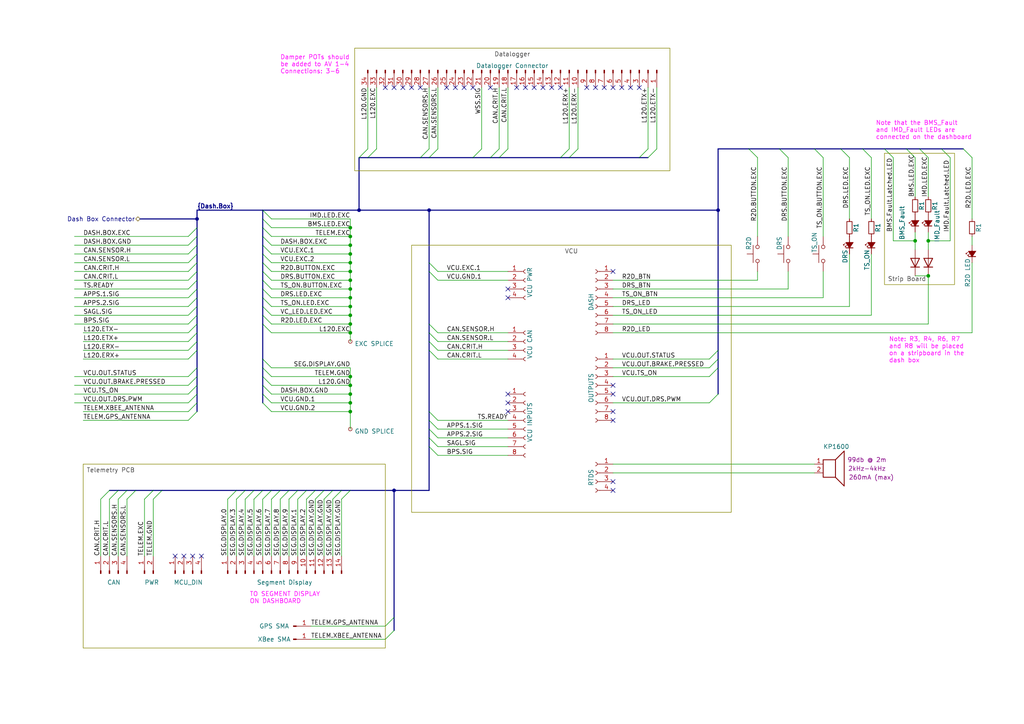
<source format=kicad_sch>
(kicad_sch (version 20230121) (generator eeschema)
  (paper "A4")
  (lib_symbols
    (symbol "Connector:Conn_01x01_Pin" (pin_names (offset 1.016) hide)
      (property "Reference" "J" (at 0 2.54 0))
      (property "Value" "Conn_01x01_Pin" (at 0 -2.54 0))
      (symbol "Conn_01x01_Pin_1_1"
        (pin passive line (at 5.08 0 180) (length 3.81) (name "Pin_1") (number "1"))
      )
    )
    (symbol "Connector:Conn_01x02_Pin" (pin_names (offset 1.016) hide)
      (property "Reference" "J" (at 0 2.54 0))
      (property "Value" "Conn_01x02_Pin" (at 0 -5.08 0))
      (symbol "Conn_01x02_Pin_1_1"
        (pin passive line (at 5.08 0 180) (length 3.81) (name "Pin_1") (number "1"))
        (pin passive line (at 5.08 -2.54 180) (length 3.81) (name "Pin_2") (number "2"))
      )
    )
    (symbol "Connector:Conn_01x04_Female" (pin_names (offset 1.016) hide)
      (property "Reference" "J" (at 0 5.08 0))
      (property "Value" "Conn_01x04_Female" (at 0 -7.62 0))
      (symbol "Conn_01x04_Female_1_1"
        (pin passive line (at -5.08 2.54 0) (length 3.81) (name "Pin_1") (number "1"))
        (pin passive line (at -5.08 0 0) (length 3.81) (name "Pin_2") (number "2"))
        (pin passive line (at -5.08 -2.54 0) (length 3.81) (name "Pin_3") (number "3"))
        (pin passive line (at -5.08 -5.08 0) (length 3.81) (name "Pin_4") (number "4"))
      )
    )
    (symbol "Connector:Conn_01x04_Pin" (pin_names (offset 1.016) hide)
      (property "Reference" "J" (at 0 5.08 0))
      (property "Value" "Conn_01x04_Pin" (at 0 -7.62 0))
      (symbol "Conn_01x04_Pin_1_1"
        (pin passive line (at 5.08 2.54 180) (length 3.81) (name "Pin_1") (number "1"))
        (pin passive line (at 5.08 0 180) (length 3.81) (name "Pin_2") (number "2"))
        (pin passive line (at 5.08 -2.54 180) (length 3.81) (name "Pin_3") (number "3"))
        (pin passive line (at 5.08 -5.08 180) (length 3.81) (name "Pin_4") (number "4"))
      )
    )
    (symbol "Connector:Conn_01x08_Female" (pin_names (offset 1.016) hide)
      (property "Reference" "J" (at 0 10.16 0))
      (property "Value" "Conn_01x08_Female" (at 0 -12.7 0))
      (symbol "Conn_01x08_Female_1_1"
        (pin passive line (at -5.08 7.62 0) (length 3.81) (name "Pin_1") (number "1"))
        (pin passive line (at -5.08 5.08 0) (length 3.81) (name "Pin_2") (number "2"))
        (pin passive line (at -5.08 2.54 0) (length 3.81) (name "Pin_3") (number "3"))
        (pin passive line (at -5.08 0 0) (length 3.81) (name "Pin_4") (number "4"))
        (pin passive line (at -5.08 -2.54 0) (length 3.81) (name "Pin_5") (number "5"))
        (pin passive line (at -5.08 -5.08 0) (length 3.81) (name "Pin_6") (number "6"))
        (pin passive line (at -5.08 -7.62 0) (length 3.81) (name "Pin_7") (number "7"))
        (pin passive line (at -5.08 -10.16 0) (length 3.81) (name "Pin_8") (number "8"))
      )
    )
    (symbol "Connector:Conn_01x14_Pin" (pin_names (offset 1.016) hide)
      (property "Reference" "J" (at 0 17.78 0))
      (property "Value" "Conn_01x14_Pin" (at 0 -20.32 0))
      (symbol "Conn_01x14_Pin_1_1"
        (pin passive line (at 5.08 15.24 180) (length 3.81) (name "Pin_1") (number "1"))
        (pin passive line (at 5.08 -7.62 180) (length 3.81) (name "Pin_10") (number "10"))
        (pin passive line (at 5.08 -10.16 180) (length 3.81) (name "Pin_11") (number "11"))
        (pin passive line (at 5.08 -12.7 180) (length 3.81) (name "Pin_12") (number "12"))
        (pin passive line (at 5.08 -15.24 180) (length 3.81) (name "Pin_13") (number "13"))
        (pin passive line (at 5.08 -17.78 180) (length 3.81) (name "Pin_14") (number "14"))
        (pin passive line (at 5.08 12.7 180) (length 3.81) (name "Pin_2") (number "2"))
        (pin passive line (at 5.08 10.16 180) (length 3.81) (name "Pin_3") (number "3"))
        (pin passive line (at 5.08 7.62 180) (length 3.81) (name "Pin_4") (number "4"))
        (pin passive line (at 5.08 5.08 180) (length 3.81) (name "Pin_5") (number "5"))
        (pin passive line (at 5.08 2.54 180) (length 3.81) (name "Pin_6") (number "6"))
        (pin passive line (at 5.08 0 180) (length 3.81) (name "Pin_7") (number "7"))
        (pin passive line (at 5.08 -2.54 180) (length 3.81) (name "Pin_8") (number "8"))
        (pin passive line (at 5.08 -5.08 180) (length 3.81) (name "Pin_9") (number "9"))
      )
    )
    (symbol "Connector:Conn_01x34_Pin" (pin_names (offset 1.016) hide)
      (property "Reference" "J" (at 0 43.18 0))
      (property "Value" "Conn_01x34_Pin" (at 0 -45.72 0))
      (symbol "Conn_01x34_Pin_1_1"
        (pin passive line (at 5.08 40.64 180) (length 3.81) (name "Pin_1") (number "1"))
        (pin passive line (at 5.08 17.78 180) (length 3.81) (name "Pin_10") (number "10"))
        (pin passive line (at 5.08 15.24 180) (length 3.81) (name "Pin_11") (number "11"))
        (pin passive line (at 5.08 12.7 180) (length 3.81) (name "Pin_12") (number "12"))
        (pin passive line (at 5.08 10.16 180) (length 3.81) (name "Pin_13") (number "13"))
        (pin passive line (at 5.08 7.62 180) (length 3.81) (name "Pin_14") (number "14"))
        (pin passive line (at 5.08 5.08 180) (length 3.81) (name "Pin_15") (number "15"))
        (pin passive line (at 5.08 2.54 180) (length 3.81) (name "Pin_16") (number "16"))
        (pin passive line (at 5.08 0 180) (length 3.81) (name "Pin_17") (number "17"))
        (pin passive line (at 5.08 -2.54 180) (length 3.81) (name "Pin_18") (number "18"))
        (pin passive line (at 5.08 -5.08 180) (length 3.81) (name "Pin_19") (number "19"))
        (pin passive line (at 5.08 38.1 180) (length 3.81) (name "Pin_2") (number "2"))
        (pin passive line (at 5.08 -7.62 180) (length 3.81) (name "Pin_20") (number "20"))
        (pin passive line (at 5.08 -10.16 180) (length 3.81) (name "Pin_21") (number "21"))
        (pin passive line (at 5.08 -12.7 180) (length 3.81) (name "Pin_22") (number "22"))
        (pin passive line (at 5.08 -15.24 180) (length 3.81) (name "Pin_23") (number "23"))
        (pin passive line (at 5.08 -17.78 180) (length 3.81) (name "Pin_24") (number "24"))
        (pin passive line (at 5.08 -20.32 180) (length 3.81) (name "Pin_25") (number "25"))
        (pin passive line (at 5.08 -22.86 180) (length 3.81) (name "Pin_26") (number "26"))
        (pin passive line (at 5.08 -25.4 180) (length 3.81) (name "Pin_27") (number "27"))
        (pin passive line (at 5.08 -27.94 180) (length 3.81) (name "Pin_28") (number "28"))
        (pin passive line (at 5.08 -30.48 180) (length 3.81) (name "Pin_29") (number "29"))
        (pin passive line (at 5.08 35.56 180) (length 3.81) (name "Pin_3") (number "3"))
        (pin passive line (at 5.08 -33.02 180) (length 3.81) (name "Pin_30") (number "30"))
        (pin passive line (at 5.08 -35.56 180) (length 3.81) (name "Pin_31") (number "31"))
        (pin passive line (at 5.08 -38.1 180) (length 3.81) (name "Pin_32") (number "32"))
        (pin passive line (at 5.08 -40.64 180) (length 3.81) (name "Pin_33") (number "33"))
        (pin passive line (at 5.08 -43.18 180) (length 3.81) (name "Pin_34") (number "34"))
        (pin passive line (at 5.08 33.02 180) (length 3.81) (name "Pin_4") (number "4"))
        (pin passive line (at 5.08 30.48 180) (length 3.81) (name "Pin_5") (number "5"))
        (pin passive line (at 5.08 27.94 180) (length 3.81) (name "Pin_6") (number "6"))
        (pin passive line (at 5.08 25.4 180) (length 3.81) (name "Pin_7") (number "7"))
        (pin passive line (at 5.08 22.86 180) (length 3.81) (name "Pin_8") (number "8"))
        (pin passive line (at 5.08 20.32 180) (length 3.81) (name "Pin_9") (number "9"))
      )
    )
    (symbol "Connector:TestPoint_Small" (pin_numbers hide) (pin_names (offset 0.762) hide)
      (property "Reference" "TP" (at 0 3.81 0))
      (property "Value" "TestPoint_Small" (at 0 2.032 0))
      (symbol "TestPoint_Small_1_1"
        (pin passive line (at 0 0 90) (length 0) (name "1") (number "1"))
      )
    )
    (symbol "Device:D" (pin_numbers hide) (pin_names (offset 1.016) hide)
      (property "Reference" "D" (at 0 2.54 0))
      (property "Value" "D" (at 0 -2.54 0))
      (symbol "D_1_1"
        (pin passive line (at -3.81 0 0) (length 2.54) (name "K") (number "1"))
        (pin passive line (at 3.81 0 180) (length 2.54) (name "A") (number "2"))
      )
    )
    (symbol "Device:LED_Small_Filled" (pin_numbers hide) (pin_names (offset 0.254) hide)
      (property "Reference" "D" (at -1.27 3.175 0))
      (property "Value" "LED_Small_Filled" (at -4.445 -2.54 0))
      (symbol "LED_Small_Filled_1_1"
        (pin passive line (at -2.54 0 0) (length 1.778) (name "K") (number "1"))
        (pin passive line (at 2.54 0 180) (length 1.778) (name "A") (number "2"))
      )
    )
    (symbol "Device:R_Small" (pin_numbers hide) (pin_names (offset 0.254) hide)
      (property "Reference" "R" (at 0.762 0.508 0))
      (property "Value" "R_Small" (at 0.762 -1.016 0))
      (symbol "R_Small_1_1"
        (pin passive line (at 0 2.54 270) (length 0.762) (name "~") (number "1"))
        (pin passive line (at 0 -2.54 90) (length 0.762) (name "~") (number "2"))
      )
    )
    (symbol "Device:Speaker" (pin_names (offset 0) hide)
      (property "Reference" "LS" (at 1.27 5.715 0))
      (property "Value" "Speaker" (at 1.27 3.81 0))
      (symbol "Speaker_1_1"
        (pin input line (at -5.08 0 0) (length 2.54) (name "1") (number "1"))
        (pin input line (at -5.08 -2.54 0) (length 2.54) (name "2") (number "2"))
      )
    )
    (symbol "Switch:SW_Push" (pin_numbers hide) (pin_names (offset 1.016) hide)
      (property "Reference" "SW" (at 1.27 2.54 0))
      (property "Value" "SW_Push" (at 0 -1.524 0))
      (symbol "SW_Push_0_1"
        (pin passive line (at -5.08 0 0) (length 2.54) (name "1") (number "1"))
        (pin passive line (at 5.08 0 180) (length 2.54) (name "2") (number "2"))
      )
    )
  )
  (junction (at 101.6 88.9))
  (junction (at 101.6 96.52))
  (junction (at 269.24 80.01))
  (junction (at 101.6 71.12))
  (junction (at 101.6 66.04))
  (junction (at 101.6 76.2))
  (junction (at 101.6 109.22))
  (junction (at 101.6 81.28))
  (junction (at 124.46 60.96))
  (junction (at 101.6 119.38))
  (junction (at 57.15 63.5))
  (junction (at 265.43 69.85))
  (junction (at 101.6 78.74))
  (junction (at 104.14 60.96))
  (junction (at 208.28 60.96))
  (junction (at 101.6 114.3))
  (junction (at 101.6 73.66))
  (junction (at 101.6 116.84))
  (junction (at 101.6 68.58))
  (junction (at 101.6 91.44))
  (junction (at 101.6 111.76))
  (junction (at 114.3 142.24))
  (junction (at 101.6 93.98))
  (junction (at 101.6 83.82))
  (junction (at 101.6 86.36))
  (junction (at 269.24 69.85))
  (no_connect (at 162.56 25.4))
  (no_connect (at 119.38 25.4))
  (no_connect (at 182.88 25.4))
  (no_connect (at 147.32 83.82))
  (no_connect (at 111.76 25.4))
  (no_connect (at 172.72 25.4))
  (no_connect (at 147.32 86.36))
  (no_connect (at 180.34 25.4))
  (no_connect (at 142.24 25.4))
  (no_connect (at 116.84 25.4))
  (no_connect (at 177.8 121.92))
  (no_connect (at 177.8 78.74))
  (no_connect (at 152.4 25.4))
  (no_connect (at 185.42 25.4))
  (no_connect (at 134.62 25.4))
  (no_connect (at 160.02 25.4))
  (no_connect (at 177.8 139.7))
  (no_connect (at 177.8 111.76))
  (no_connect (at 147.32 116.84))
  (no_connect (at 129.54 25.4))
  (no_connect (at 177.8 142.24))
  (no_connect (at 137.16 25.4))
  (no_connect (at 170.18 25.4))
  (no_connect (at 177.8 114.3))
  (no_connect (at 121.92 25.4))
  (no_connect (at 177.8 25.4))
  (no_connect (at 157.48 25.4))
  (no_connect (at 177.8 119.38))
  (no_connect (at 53.34 161.29))
  (no_connect (at 55.88 161.29))
  (no_connect (at 147.32 119.38))
  (no_connect (at 114.3 25.4))
  (no_connect (at 154.94 25.4))
  (no_connect (at 149.86 25.4))
  (no_connect (at 175.26 25.4))
  (no_connect (at 50.8 161.29))
  (no_connect (at 132.08 25.4))
  (no_connect (at 147.32 114.3))
  (no_connect (at 58.42 161.29))
  (bus_entry (at 124.46 121.92) (size 2.54 2.54))
  (bus_entry (at 76.2 76.2) (size 2.54 2.54))
  (bus_entry (at 124.46 96.52) (size 2.54 2.54))
  (bus_entry (at 36.83 142.24) (size -2.54 2.54))
  (bus_entry (at 256.54 43.18) (size 2.54 2.54))
  (bus_entry (at 46.99 142.24) (size -2.54 2.54))
  (bus_entry (at 205.74 104.14) (size 2.54 -2.54))
  (bus_entry (at 54.61 114.3) (size 2.54 -2.54))
  (bus_entry (at 262.89 43.18) (size 2.54 2.54))
  (bus_entry (at 54.61 109.22) (size 2.54 -2.54))
  (bus_entry (at 54.61 81.28) (size 2.54 -2.54))
  (bus_entry (at 104.14 45.72) (size 2.54 -2.54))
  (bus_entry (at 54.61 93.98) (size 2.54 -2.54))
  (bus_entry (at 124.46 129.54) (size 2.54 2.54))
  (bus_entry (at 76.2 116.84) (size 2.54 2.54))
  (bus_entry (at 124.46 99.06) (size 2.54 2.54))
  (bus_entry (at 76.2 81.28) (size 2.54 2.54))
  (bus_entry (at 57.15 93.98) (size -2.54 2.54))
  (bus_entry (at 71.12 142.24) (size -2.54 2.54))
  (bus_entry (at 76.2 142.24) (size -2.54 2.54))
  (bus_entry (at 124.46 124.46) (size 2.54 2.54))
  (bus_entry (at 279.4 43.18) (size 2.54 2.54))
  (bus_entry (at 124.46 45.72) (size 2.54 -2.54))
  (bus_entry (at 205.74 106.68) (size 2.54 -2.54))
  (bus_entry (at 93.98 142.24) (size -2.54 2.54))
  (bus_entry (at 114.3 179.07) (size -2.54 2.54))
  (bus_entry (at 187.96 45.72) (size 2.54 -2.54))
  (bus_entry (at 96.52 142.24) (size -2.54 2.54))
  (bus_entry (at 76.2 114.3) (size 2.54 2.54))
  (bus_entry (at 76.2 91.44) (size 2.54 2.54))
  (bus_entry (at 54.61 86.36) (size 2.54 -2.54))
  (bus_entry (at 205.74 116.84) (size 2.54 -2.54))
  (bus_entry (at 236.22 43.18) (size 2.54 2.54))
  (bus_entry (at 76.2 68.58) (size 2.54 2.54))
  (bus_entry (at 76.2 86.36) (size 2.54 2.54))
  (bus_entry (at 76.2 83.82) (size 2.54 2.54))
  (bus_entry (at 54.61 71.12) (size 2.54 -2.54))
  (bus_entry (at 76.2 73.66) (size 2.54 2.54))
  (bus_entry (at 142.24 45.72) (size 2.54 -2.54))
  (bus_entry (at 57.15 96.52) (size -2.54 2.54))
  (bus_entry (at 124.46 78.74) (size 2.54 2.54))
  (bus_entry (at 91.44 142.24) (size -2.54 2.54))
  (bus_entry (at 124.46 119.38) (size 2.54 2.54))
  (bus_entry (at 54.61 76.2) (size 2.54 -2.54))
  (bus_entry (at 76.2 88.9) (size 2.54 2.54))
  (bus_entry (at 137.16 45.72) (size 2.54 -2.54))
  (bus_entry (at 54.61 88.9) (size 2.54 -2.54))
  (bus_entry (at 68.58 142.24) (size -2.54 2.54))
  (bus_entry (at 144.78 45.72) (size 2.54 -2.54))
  (bus_entry (at 106.68 45.72) (size 2.54 -2.54))
  (bus_entry (at 86.36 142.24) (size -2.54 2.54))
  (bus_entry (at 250.19 43.18) (size 2.54 2.54))
  (bus_entry (at 88.9 142.24) (size -2.54 2.54))
  (bus_entry (at 114.3 182.88) (size -2.54 2.54))
  (bus_entry (at 54.61 91.44) (size 2.54 -2.54))
  (bus_entry (at 44.45 142.24) (size -2.54 2.54))
  (bus_entry (at 54.61 78.74) (size 2.54 -2.54))
  (bus_entry (at 76.2 66.04) (size 2.54 2.54))
  (bus_entry (at 76.2 78.74) (size 2.54 2.54))
  (bus_entry (at 124.46 127) (size 2.54 2.54))
  (bus_entry (at 124.46 76.2) (size 2.54 2.54))
  (bus_entry (at 57.15 101.6) (size -2.54 2.54))
  (bus_entry (at 57.15 119.38) (size -2.54 2.54))
  (bus_entry (at 54.61 111.76) (size 2.54 -2.54))
  (bus_entry (at 162.56 45.72) (size 2.54 -2.54))
  (bus_entry (at 266.7 43.18) (size 2.54 2.54))
  (bus_entry (at 185.42 45.72) (size 2.54 -2.54))
  (bus_entry (at 54.61 116.84) (size 2.54 -2.54))
  (bus_entry (at 78.74 142.24) (size -2.54 2.54))
  (bus_entry (at 101.6 142.24) (size -2.54 2.54))
  (bus_entry (at 76.2 106.68) (size 2.54 2.54))
  (bus_entry (at 76.2 93.98) (size 2.54 2.54))
  (bus_entry (at 205.74 109.22) (size 2.54 -2.54))
  (bus_entry (at 57.15 116.84) (size -2.54 2.54))
  (bus_entry (at 226.06 43.18) (size 2.54 2.54))
  (bus_entry (at 34.29 142.24) (size -2.54 2.54))
  (bus_entry (at 99.06 142.24) (size -2.54 2.54))
  (bus_entry (at 165.1 45.72) (size 2.54 -2.54))
  (bus_entry (at 76.2 60.96) (size 2.54 2.54))
  (bus_entry (at 81.28 142.24) (size -2.54 2.54))
  (bus_entry (at 121.92 45.72) (size 2.54 -2.54))
  (bus_entry (at 76.2 111.76) (size 2.54 2.54))
  (bus_entry (at 76.2 109.22) (size 2.54 2.54))
  (bus_entry (at 54.61 68.58) (size 2.54 -2.54))
  (bus_entry (at 54.61 83.82) (size 2.54 -2.54))
  (bus_entry (at 243.84 43.18) (size 2.54 2.54))
  (bus_entry (at 76.2 104.14) (size 2.54 2.54))
  (bus_entry (at 124.46 101.6) (size 2.54 2.54))
  (bus_entry (at 217.17 43.18) (size 2.54 2.54))
  (bus_entry (at 83.82 142.24) (size -2.54 2.54))
  (bus_entry (at 39.37 142.24) (size -2.54 2.54))
  (bus_entry (at 124.46 93.98) (size 2.54 2.54))
  (bus_entry (at 57.15 99.06) (size -2.54 2.54))
  (bus_entry (at 273.05 43.18) (size 2.54 2.54))
  (bus_entry (at 76.2 63.5) (size 2.54 2.54))
  (bus_entry (at 76.2 71.12) (size 2.54 2.54))
  (bus_entry (at 31.75 142.24) (size -2.54 2.54))
  (bus_entry (at 54.61 73.66) (size 2.54 -2.54))
  (bus_entry (at 73.66 142.24) (size -2.54 2.54))
  (wire (pts (xy 101.6 111.76) (xy 101.6 114.3)))
  (bus (pts (xy 76.2 71.12) (xy 76.2 73.66)))
  (bus (pts (xy 91.44 142.24) (xy 93.98 142.24)))
  (wire (pts (xy 66.04 144.78) (xy 66.04 161.29)))
  (bus (pts (xy 57.15 86.36) (xy 57.15 83.82)))
  (bus (pts (xy 57.15 109.22) (xy 57.15 111.76)))
  (wire (pts (xy 124.46 25.4) (xy 124.46 43.18)))
  (wire (pts (xy 21.59 116.84) (xy 54.61 116.84)))
  (wire (pts (xy 177.8 134.62) (xy 236.22 134.62)))
  (bus (pts (xy 101.6 142.24) (xy 114.3 142.24)))
  (wire (pts (xy 21.59 83.82) (xy 54.61 83.82)))
  (bus (pts (xy 76.2 78.74) (xy 76.2 81.28)))
  (bus (pts (xy 57.15 78.74) (xy 57.15 76.2)))
  (wire (pts (xy 90.17 181.61) (xy 111.76 181.61)))
  (bus (pts (xy 76.2 93.98) (xy 76.2 104.14)))
  (bus (pts (xy 124.46 96.52) (xy 124.46 99.06)))
  (wire (pts (xy 101.6 91.44) (xy 101.6 93.98)))
  (wire (pts (xy 127 25.4) (xy 127 43.18)))
  (bus (pts (xy 124.46 124.46) (xy 124.46 127)))
  (bus (pts (xy 208.28 104.14) (xy 208.28 106.68)))
  (bus (pts (xy 57.15 73.66) (xy 57.15 71.12)))
  (bus (pts (xy 93.98 142.24) (xy 96.52 142.24)))
  (wire (pts (xy 78.74 144.78) (xy 78.74 161.29)))
  (wire (pts (xy 177.8 106.68) (xy 205.74 106.68)))
  (bus (pts (xy 76.2 114.3) (xy 76.2 116.84)))
  (bus (pts (xy 114.3 179.07) (xy 114.3 182.88)))
  (bus (pts (xy 121.92 45.72) (xy 124.46 45.72)))
  (bus (pts (xy 104.14 45.72) (xy 106.68 45.72)))
  (wire (pts (xy 78.74 81.28) (xy 101.6 81.28)))
  (wire (pts (xy 101.6 83.82) (xy 101.6 86.36)))
  (wire (pts (xy 246.38 45.72) (xy 246.38 63.5)))
  (bus (pts (xy 57.15 88.9) (xy 57.15 86.36)))
  (wire (pts (xy 24.13 96.52) (xy 54.61 96.52)))
  (bus (pts (xy 124.46 93.98) (xy 124.46 96.52)))
  (bus (pts (xy 73.66 142.24) (xy 76.2 142.24)))
  (wire (pts (xy 109.22 25.4) (xy 109.22 43.18)))
  (bus (pts (xy 124.46 76.2) (xy 124.46 60.96)))
  (bus (pts (xy 99.06 142.24) (xy 101.6 142.24)))
  (wire (pts (xy 139.7 25.4) (xy 139.7 43.18)))
  (wire (pts (xy 269.24 69.85) (xy 275.59 69.85)))
  (wire (pts (xy 281.94 96.52) (xy 281.94 76.2)))
  (wire (pts (xy 21.59 109.22) (xy 54.61 109.22)))
  (wire (pts (xy 269.24 80.01) (xy 269.24 93.98)))
  (wire (pts (xy 101.6 78.74) (xy 101.6 81.28)))
  (bus (pts (xy 34.29 142.24) (xy 36.83 142.24)))
  (bus (pts (xy 76.2 60.96) (xy 76.2 63.5)))
  (wire (pts (xy 31.75 144.78) (xy 31.75 161.29)))
  (wire (pts (xy 21.59 73.66) (xy 54.61 73.66)))
  (bus (pts (xy 114.3 142.24) (xy 114.3 179.07)))
  (bus (pts (xy 124.46 101.6) (xy 124.46 119.38)))
  (wire (pts (xy 86.36 144.78) (xy 86.36 161.29)))
  (bus (pts (xy 104.14 45.72) (xy 104.14 60.96)))
  (bus (pts (xy 208.28 43.18) (xy 217.17 43.18)))
  (wire (pts (xy 78.74 93.98) (xy 101.6 93.98)))
  (wire (pts (xy 93.98 144.78) (xy 93.98 161.29)))
  (bus (pts (xy 57.15 91.44) (xy 57.15 88.9)))
  (bus (pts (xy 217.17 43.18) (xy 226.06 43.18)))
  (wire (pts (xy 147.32 25.4) (xy 147.32 43.18)))
  (wire (pts (xy 106.68 25.4) (xy 106.68 43.18)))
  (bus (pts (xy 76.2 104.14) (xy 76.2 106.68)))
  (bus (pts (xy 96.52 142.24) (xy 99.06 142.24)))
  (wire (pts (xy 246.38 73.66) (xy 246.38 88.9)))
  (bus (pts (xy 162.56 45.72) (xy 165.1 45.72)))
  (wire (pts (xy 228.6 68.58) (xy 228.6 45.72)))
  (bus (pts (xy 208.28 101.6) (xy 208.28 104.14)))
  (wire (pts (xy 81.28 144.78) (xy 81.28 161.29)))
  (wire (pts (xy 34.29 144.78) (xy 34.29 161.29)))
  (wire (pts (xy 265.43 67.31) (xy 265.43 69.85)))
  (wire (pts (xy 167.64 25.4) (xy 167.64 43.18)))
  (wire (pts (xy 127 129.54) (xy 147.32 129.54)))
  (bus (pts (xy 124.46 119.38) (xy 124.46 121.92)))
  (bus (pts (xy 44.45 142.24) (xy 46.99 142.24)))
  (wire (pts (xy 127 121.92) (xy 147.32 121.92)))
  (wire (pts (xy 54.61 91.44) (xy 21.59 91.44)))
  (bus (pts (xy 124.46 78.74) (xy 124.46 93.98)))
  (wire (pts (xy 269.24 93.98) (xy 177.8 93.98)))
  (wire (pts (xy 259.08 45.72) (xy 259.08 69.85)))
  (wire (pts (xy 21.59 93.98) (xy 54.61 93.98)))
  (wire (pts (xy 101.6 114.3) (xy 101.6 116.84)))
  (wire (pts (xy 252.73 45.72) (xy 252.73 63.5)))
  (bus (pts (xy 83.82 142.24) (xy 86.36 142.24)))
  (wire (pts (xy 78.74 96.52) (xy 101.6 96.52)))
  (wire (pts (xy 21.59 111.76) (xy 54.61 111.76)))
  (bus (pts (xy 273.05 43.18) (xy 279.4 43.18)))
  (bus (pts (xy 57.15 116.84) (xy 57.15 119.38)))
  (wire (pts (xy 265.43 69.85) (xy 265.43 72.39)))
  (wire (pts (xy 24.13 119.38) (xy 54.61 119.38)))
  (bus (pts (xy 76.2 68.58) (xy 76.2 71.12)))
  (bus (pts (xy 57.15 83.82) (xy 57.15 81.28)))
  (bus (pts (xy 86.36 142.24) (xy 88.9 142.24)))
  (wire (pts (xy 73.66 144.78) (xy 73.66 161.29)))
  (wire (pts (xy 101.6 106.68) (xy 101.6 109.22)))
  (wire (pts (xy 101.6 119.38) (xy 101.6 124.46)))
  (wire (pts (xy 177.8 91.44) (xy 252.73 91.44)))
  (bus (pts (xy 57.15 93.98) (xy 57.15 96.52)))
  (bus (pts (xy 106.68 45.72) (xy 121.92 45.72)))
  (wire (pts (xy 144.78 25.4) (xy 144.78 43.18)))
  (bus (pts (xy 144.78 45.72) (xy 162.56 45.72)))
  (bus (pts (xy 243.84 43.18) (xy 250.19 43.18)))
  (bus (pts (xy 57.15 68.58) (xy 57.15 66.04)))
  (wire (pts (xy 41.91 144.78) (xy 41.91 161.29)))
  (bus (pts (xy 76.2 111.76) (xy 76.2 114.3)))
  (wire (pts (xy 127 78.74) (xy 147.32 78.74)))
  (bus (pts (xy 124.46 45.72) (xy 137.16 45.72)))
  (wire (pts (xy 99.06 144.78) (xy 99.06 161.29)))
  (wire (pts (xy 78.74 68.58) (xy 101.6 68.58)))
  (bus (pts (xy 124.46 129.54) (xy 124.46 142.24)))
  (wire (pts (xy 78.74 83.82) (xy 101.6 83.82)))
  (bus (pts (xy 76.2 142.24) (xy 78.74 142.24)))
  (wire (pts (xy 101.6 109.22) (xy 101.6 111.76)))
  (wire (pts (xy 78.74 106.68) (xy 101.6 106.68)))
  (wire (pts (xy 127 124.46) (xy 147.32 124.46)))
  (wire (pts (xy 21.59 88.9) (xy 54.61 88.9)))
  (bus (pts (xy 57.15 60.96) (xy 76.2 60.96)))
  (wire (pts (xy 219.71 81.28) (xy 219.71 78.74)))
  (bus (pts (xy 31.75 142.24) (xy 34.29 142.24)))
  (wire (pts (xy 101.6 68.58) (xy 101.6 71.12)))
  (bus (pts (xy 57.15 99.06) (xy 57.15 101.6)))
  (bus (pts (xy 208.28 60.96) (xy 208.28 43.18)))
  (wire (pts (xy 269.24 67.31) (xy 269.24 69.85)))
  (bus (pts (xy 57.15 101.6) (xy 57.15 106.68)))
  (wire (pts (xy 101.6 81.28) (xy 101.6 83.82)))
  (wire (pts (xy 78.74 73.66) (xy 101.6 73.66)))
  (bus (pts (xy 76.2 76.2) (xy 76.2 78.74)))
  (wire (pts (xy 101.6 88.9) (xy 101.6 91.44)))
  (bus (pts (xy 76.2 109.22) (xy 76.2 111.76)))
  (wire (pts (xy 177.8 81.28) (xy 219.71 81.28)))
  (bus (pts (xy 71.12 142.24) (xy 73.66 142.24)))
  (bus (pts (xy 76.2 81.28) (xy 76.2 83.82)))
  (wire (pts (xy 68.58 144.78) (xy 68.58 161.29)))
  (bus (pts (xy 57.15 91.44) (xy 57.15 93.98)))
  (wire (pts (xy 78.74 71.12) (xy 101.6 71.12)))
  (wire (pts (xy 101.6 96.52) (xy 101.6 93.98)))
  (bus (pts (xy 208.28 106.68) (xy 208.28 114.3)))
  (wire (pts (xy 78.74 76.2) (xy 101.6 76.2)))
  (bus (pts (xy 76.2 88.9) (xy 76.2 91.44)))
  (wire (pts (xy 246.38 88.9) (xy 177.8 88.9)))
  (wire (pts (xy 265.43 45.72) (xy 265.43 57.15)))
  (wire (pts (xy 78.74 114.3) (xy 101.6 114.3)))
  (wire (pts (xy 96.52 144.78) (xy 96.52 161.29)))
  (wire (pts (xy 219.71 45.72) (xy 219.71 68.58)))
  (bus (pts (xy 76.2 60.96) (xy 104.14 60.96)))
  (wire (pts (xy 78.74 66.04) (xy 101.6 66.04)))
  (wire (pts (xy 78.74 78.74) (xy 101.6 78.74)))
  (wire (pts (xy 281.94 68.58) (xy 281.94 71.12)))
  (wire (pts (xy 78.74 63.5) (xy 101.6 63.5)))
  (wire (pts (xy 127 104.14) (xy 147.32 104.14)))
  (wire (pts (xy 101.6 86.36) (xy 101.6 88.9)))
  (wire (pts (xy 78.74 91.44) (xy 101.6 91.44)))
  (bus (pts (xy 165.1 45.72) (xy 185.42 45.72)))
  (bus (pts (xy 137.16 45.72) (xy 142.24 45.72)))
  (wire (pts (xy 78.74 111.76) (xy 101.6 111.76)))
  (bus (pts (xy 114.3 142.24) (xy 124.46 142.24)))
  (bus (pts (xy 124.46 127) (xy 124.46 129.54)))
  (wire (pts (xy 228.6 83.82) (xy 228.6 78.74)))
  (wire (pts (xy 127 132.08) (xy 147.32 132.08)))
  (wire (pts (xy 101.6 71.12) (xy 101.6 73.66)))
  (wire (pts (xy 177.8 104.14) (xy 205.74 104.14)))
  (wire (pts (xy 127 81.28) (xy 147.32 81.28)))
  (bus (pts (xy 57.15 76.2) (xy 57.15 73.66)))
  (wire (pts (xy 21.59 76.2) (xy 54.61 76.2)))
  (bus (pts (xy 81.28 142.24) (xy 83.82 142.24)))
  (wire (pts (xy 21.59 68.58) (xy 54.61 68.58)))
  (wire (pts (xy 127 101.6) (xy 147.32 101.6)))
  (bus (pts (xy 76.2 63.5) (xy 76.2 66.04)))
  (wire (pts (xy 54.61 86.36) (xy 21.59 86.36)))
  (wire (pts (xy 101.6 116.84) (xy 101.6 119.38)))
  (bus (pts (xy 57.15 60.96) (xy 57.15 63.5)))
  (bus (pts (xy 76.2 106.68) (xy 76.2 109.22)))
  (wire (pts (xy 177.8 137.16) (xy 236.22 137.16)))
  (bus (pts (xy 262.89 43.18) (xy 266.7 43.18)))
  (bus (pts (xy 57.15 111.76) (xy 57.15 114.3)))
  (bus (pts (xy 57.15 106.68) (xy 57.15 109.22)))
  (bus (pts (xy 88.9 142.24) (xy 91.44 142.24)))
  (bus (pts (xy 185.42 45.72) (xy 187.96 45.72)))
  (wire (pts (xy 101.6 73.66) (xy 101.6 76.2)))
  (bus (pts (xy 266.7 43.18) (xy 273.05 43.18)))
  (bus (pts (xy 104.14 60.96) (xy 124.46 60.96)))
  (bus (pts (xy 57.15 96.52) (xy 57.15 99.06)))
  (bus (pts (xy 76.2 73.66) (xy 76.2 76.2)))
  (wire (pts (xy 101.6 66.04) (xy 101.6 68.58)))
  (wire (pts (xy 24.13 99.06) (xy 54.61 99.06)))
  (bus (pts (xy 76.2 91.44) (xy 76.2 93.98)))
  (wire (pts (xy 78.74 109.22) (xy 101.6 109.22)))
  (wire (pts (xy 127 127) (xy 147.32 127)))
  (wire (pts (xy 44.45 144.78) (xy 44.45 161.29)))
  (wire (pts (xy 265.43 80.01) (xy 269.24 80.01)))
  (wire (pts (xy 21.59 81.28) (xy 54.61 81.28)))
  (wire (pts (xy 76.2 144.78) (xy 76.2 161.29)))
  (bus (pts (xy 57.15 114.3) (xy 57.15 116.84)))
  (wire (pts (xy 83.82 144.78) (xy 83.82 161.29)))
  (bus (pts (xy 68.58 142.24) (xy 71.12 142.24)))
  (bus (pts (xy 236.22 43.18) (xy 243.84 43.18)))
  (wire (pts (xy 21.59 78.74) (xy 54.61 78.74)))
  (bus (pts (xy 226.06 43.18) (xy 236.22 43.18)))
  (wire (pts (xy 101.6 63.5) (xy 101.6 66.04)))
  (bus (pts (xy 36.83 142.24) (xy 39.37 142.24)))
  (bus (pts (xy 46.99 142.24) (xy 68.58 142.24)))
  (wire (pts (xy 91.44 144.78) (xy 91.44 161.29)))
  (wire (pts (xy 177.8 109.22) (xy 205.74 109.22)))
  (wire (pts (xy 127 99.06) (xy 147.32 99.06)))
  (bus (pts (xy 256.54 43.18) (xy 262.89 43.18)))
  (bus (pts (xy 57.15 66.04) (xy 57.15 63.5)))
  (wire (pts (xy 281.94 45.72) (xy 281.94 63.5)))
  (bus (pts (xy 57.15 71.12) (xy 57.15 68.58)))
  (wire (pts (xy 177.8 96.52) (xy 281.94 96.52)))
  (wire (pts (xy 275.59 45.72) (xy 275.59 69.85)))
  (wire (pts (xy 78.74 86.36) (xy 101.6 86.36)))
  (wire (pts (xy 78.74 119.38) (xy 101.6 119.38)))
  (wire (pts (xy 177.8 83.82) (xy 228.6 83.82)))
  (wire (pts (xy 187.96 25.4) (xy 187.96 43.18)))
  (wire (pts (xy 24.13 101.6) (xy 54.61 101.6)))
  (wire (pts (xy 101.6 76.2) (xy 101.6 78.74)))
  (wire (pts (xy 177.8 116.84) (xy 205.74 116.84)))
  (wire (pts (xy 36.83 144.78) (xy 36.83 161.29)))
  (bus (pts (xy 78.74 142.24) (xy 81.28 142.24)))
  (wire (pts (xy 269.24 69.85) (xy 269.24 72.39)))
  (wire (pts (xy 78.74 88.9) (xy 101.6 88.9)))
  (bus (pts (xy 57.15 81.28) (xy 57.15 78.74)))
  (bus (pts (xy 76.2 83.82) (xy 76.2 86.36)))
  (wire (pts (xy 190.5 25.4) (xy 190.5 43.18)))
  (wire (pts (xy 127 96.52) (xy 147.32 96.52)))
  (bus (pts (xy 124.46 99.06) (xy 124.46 101.6)))
  (wire (pts (xy 252.73 91.44) (xy 252.73 73.66)))
  (wire (pts (xy 29.21 144.78) (xy 29.21 161.29)))
  (wire (pts (xy 90.17 185.42) (xy 111.76 185.42)))
  (wire (pts (xy 269.24 45.72) (xy 269.24 57.15)))
  (wire (pts (xy 265.43 69.85) (xy 259.08 69.85)))
  (bus (pts (xy 40.64 63.5) (xy 57.15 63.5)))
  (bus (pts (xy 124.46 78.74) (xy 124.46 76.2)))
  (bus (pts (xy 76.2 86.36) (xy 76.2 88.9)))
  (wire (pts (xy 24.13 104.14) (xy 54.61 104.14)))
  (wire (pts (xy 165.1 25.4) (xy 165.1 43.18)))
  (wire (pts (xy 238.76 68.58) (xy 238.76 45.72)))
  (wire (pts (xy 101.6 99.06) (xy 101.6 96.52)))
  (wire (pts (xy 71.12 144.78) (xy 71.12 161.29)))
  (wire (pts (xy 21.59 114.3) (xy 54.61 114.3)))
  (wire (pts (xy 88.9 144.78) (xy 88.9 161.29)))
  (wire (pts (xy 24.13 121.92) (xy 54.61 121.92)))
  (bus (pts (xy 142.24 45.72) (xy 144.78 45.72)))
  (wire (pts (xy 177.8 86.36) (xy 238.76 86.36)))
  (bus (pts (xy 76.2 66.04) (xy 76.2 68.58)))
  (bus (pts (xy 208.28 60.96) (xy 208.28 101.6)))
  (wire (pts (xy 21.59 71.12) (xy 54.61 71.12)))
  (bus (pts (xy 39.37 142.24) (xy 44.45 142.24)))
  (bus (pts (xy 124.46 121.92) (xy 124.46 124.46)))
  (bus (pts (xy 250.19 43.18) (xy 256.54 43.18)))
  (wire (pts (xy 78.74 116.84) (xy 101.6 116.84)))
  (bus (pts (xy 124.46 60.96) (xy 208.28 60.96)))
  (wire (pts (xy 238.76 86.36) (xy 238.76 78.74)))
  (text_box "VCU" (at 119.38 71.12 0) (size 92.71 77.47) (stroke (width 0) (color 132 132 0 1)) (effects (font (size 1.27 1.27)) (justify top)))
  (text_box "Strip Board" (at 256.54 44.45 0) (size 20.32 38.1) (stroke (width 0) (color 132 132 0 1)) (effects (font (size 1.27 1.27)) (justify left bottom)))
  (text_box "Telemetry PCB" (at 24.13 134.62 0) (size 87.63 53.34) (stroke (width 0) (color 132 132 0 1)) (effects (font (size 1.27 1.27)) (justify left top)))
  (text_box "Datalogger" (at 102.87 13.97 0) (size 91.44 35.56) (stroke (width 0) (color 132 132 0 1)) (effects (font (size 1.27 1.27)) (justify top)))
  (text "Note: R3, R4, R6, R7\nand R8 will be placed\non a stripboard in the\ndash box" (at 257.81 105.41 0) (effects (font (size 1.27 1.27)) (justify left bottom)))
  (text "Note that the BMS_Fault \nand IMD_Fault LEDs are \nconnected on the dashboard" (at 254 40.64 0) (effects (font (size 1.27 1.27)) (justify left bottom)))
  (text "Damper POTs should\nbe added to AV 1-4\nConnections: 3-6\n" (at 81.28 21.59 0) (effects (font (size 1.27 1.27)) (justify left bottom)))
  (text "TO SEGMENT DISPLAY\nON DASHBOARD" (at 72.39 175.26 0) (effects (font (size 1.27 1.27)) (justify left bottom)))
  (label "BPS.SIG" (at 129.54 132.08 0))
  (label "SEG.DISPLAY.GND" (at 93.98 161.29 90))
  (label "DASH.BOX.GND" (at 81.28 114.3 0))
  (label "L120.EXC" (at 109.22 25.4 270))
  (label "SEG.DISPLAY.GND" (at 99.06 161.29 90))
  (label "L120.GND" (at 106.68 25.4 270))
  (label "SEG.DISPLAY.GND" (at 91.44 161.29 90))
  (label "L120.EXC" (at 101.6 96.52 180))
  (label "VCU.OUT.STATUS" (at 24.13 109.22 0))
  (label "L120.ETX+" (at 187.96 25.4 270))
  (label "VCU.TS_ON" (at 180.34 109.22 0))
  (label "DRS_LED" (at 180.34 88.9 0))
  (label "SAGL.SIG" (at 129.54 129.54 0))
  (label "CAN.SENSOR.L" (at 129.54 99.06 0))
  (label "TS_ON_LED" (at 180.34 91.44 0))
  (label "SEG.DISPLAY.0" (at 66.04 161.29 90))
  (label "CAN.SENSOR.H" (at 129.54 96.52 0))
  (label "L120.ERX+" (at 24.13 104.14 0))
  (label "IMD.LED.EXC" (at 101.6 63.5 180))
  (label "BMS.Fault.Latched.LED" (at 259.08 67.31 90))
  (label "DRS_BTN" (at 180.34 83.82 0))
  (label "DRS.LED.EXC" (at 81.28 86.36 0))
  (label "VCU.OUT.DRS.PWM" (at 180.34 116.84 0))
  (label "VCU.OUT.DRS.PWM" (at 24.13 116.84 0))
  (label "SEG.DISPLAY.6" (at 76.2 161.29 90))
  (label "WSS.SIG" (at 139.7 25.4 270))
  (label "L120.ETX+" (at 24.13 99.06 0))
  (label "TELEM.GND" (at 44.45 161.29 90))
  (label "CAN.CRIT.H" (at 24.13 78.74 0))
  (label "DRS.LED.EXC" (at 246.38 48.26 270))
  (label "SEG.DISPLAY.1" (at 86.36 161.29 90))
  (label "CAN.SENSORS.H" (at 34.29 161.29 90))
  (label "CAN.SENSORS.H" (at 124.46 25.4 270))
  (label "R2D_BTN" (at 180.34 81.28 0))
  (label "BMS.LED.EXC" (at 265.43 57.15 90))
  (label "VCU.GND.1" (at 81.28 116.84 0))
  (label "TS.READY" (at 147.32 121.92 180))
  (label "TELEM.GPS_ANTENNA" (at 90.17 181.61 0))
  (label "CAN.CRIT.L" (at 129.54 104.14 0))
  (label "TELEM.GPS_ANTENNA" (at 24.13 121.92 0))
  (label "DRS.BUTTON.EXC" (at 81.28 81.28 0))
  (label "DASH.BOX.EXC" (at 24.13 68.58 0))
  (label "R2D.BUTTON.EXC" (at 81.28 78.74 0))
  (label "TS_ON.LED.EXC" (at 252.73 48.26 270))
  (label "CAN.SENSORS.L" (at 127 25.4 270))
  (label "R2D_LED" (at 180.34 96.52 0))
  (label "VCU.TS_ON" (at 24.13 114.3 0))
  (label "CAN.CRIT.H" (at 129.54 101.6 0))
  (label "APPS.1.SIG" (at 129.54 124.46 0))
  (label "SEG.DISPLAY.8" (at 81.28 161.29 90))
  (label "TELEM.XBEE_ANTENNA" (at 24.13 119.38 0))
  (label "CAN.CRIT.L" (at 147.32 25.4 270))
  (label "VCU.OUT.STATUS" (at 180.34 104.14 0))
  (label "VCU.EXC.1" (at 129.54 78.74 0))
  (label "VCU.OUT.BRAKE.PRESSED" (at 180.34 106.68 0))
  (label "VCU.GND.1" (at 129.54 81.28 0))
  (label "R2D.LED.EXC" (at 281.94 48.26 270))
  (label "TS_ON.BUTTON.EXC" (at 238.76 48.26 270))
  (label "BPS.SIG" (at 24.13 93.98 0))
  (label "TS_ON_BTN" (at 180.34 86.36 0))
  (label "DRS.BUTTON.EXC" (at 228.6 48.26 270))
  (label "CAN.CRIT.L" (at 24.13 81.28 0))
  (label "CAN.SENSOR.L" (at 24.13 76.2 0))
  (label "TS.READY" (at 24.13 83.82 0))
  (label "VCU.GND.2" (at 81.28 119.38 0))
  (label "SEG.DISPLAY.7" (at 78.74 161.29 90))
  (label "SEG.DISPLAY.GND" (at 96.52 161.29 90))
  (label "L120.ERX-" (at 24.13 101.6 0))
  (label "SEG.DISPLAY.9" (at 83.82 161.29 90))
  (label "VCU.EXC.1" (at 81.28 73.66 0))
  (label "SEG.DISPLAY.GND" (at 101.6 106.68 180))
  (label "CAN.SENSOR.H" (at 24.13 73.66 0))
  (label "TELEM.EXC" (at 41.91 161.29 90))
  (label "L120.GND" (at 101.6 111.76 180))
  (label "SEG.DISPLAY.4" (at 71.12 161.29 90))
  (label "SEG.DISPLAY.5" (at 73.66 161.29 90))
  (label "BMS.LED.EXC" (at 101.6 66.04 180))
  (label "TELEM.EXC" (at 101.6 68.58 180))
  (label "SEG.DISPLAY.3" (at 68.58 161.29 90))
  (label "CAN.CRIT.H" (at 29.21 161.29 90))
  (label "TELEM.XBEE_ANTENNA" (at 90.17 185.42 0))
  (label "CAN.SENSORS.L" (at 36.83 161.29 90))
  (label "R2D.BUTTON.EXC" (at 219.71 48.26 270))
  (label "SEG.DISPLAY.2" (at 88.9 161.29 90))
  (label "APPS.2.SIG" (at 129.54 127 0))
  (label "IMD.Fault.Latched.LED" (at 275.59 67.31 90))
  (label "L120.ERX+" (at 165.1 25.4 270))
  (label "TS_ON.BUTTON.EXC" (at 81.28 83.82 0))
  (label "CAN.CRIT.L" (at 31.75 161.29 90))
  (label "APPS.2.SIG" (at 24.13 88.9 0))
  (label "IMD.LED.EXC" (at 269.24 57.15 90))
  (label "VCU.EXC.2" (at 81.28 76.2 0))
  (label "APPS.1.SIG" (at 24.13 86.36 0))
  (label "DASH.BOX.GND" (at 24.13 71.12 0))
  (label "L120.ETX-" (at 24.13 96.52 0))
  (label "TS_ON.LED.EXC" (at 81.28 88.9 0))
  (label "{Dash.Box}" (at 57.15 60.96 0) (effects (font bold)))
  (label "TELEM.GND" (at 101.6 109.22 180))
  (label "VC_LED.LED.EXC" (at 81.28 91.44 0))
  (label "VCU.OUT.BRAKE.PRESSED" (at 24.13 111.76 0))
  (label "L120.ERX-" (at 167.64 25.4 270))
  (label "DASH.BOX.EXC" (at 81.28 71.12 0))
  (label "CAN.CRIT.H" (at 144.78 25.4 270))
  (label "R2D.LED.EXC" (at 81.28 93.98 0))
  (label "SAGL.SIG" (at 24.13 91.44 0))
  (label "L120.ETX-" (at 190.5 25.4 270))
  (hierarchical_label "Dash Box Connector" (shape bidirectional) (at 40.64 63.5 180))
  (symbol (lib_id "Connector:Conn_01x08_Female") (at 172.72 86.36 0) (mirror y) (unit 1)
    (property "Reference" "J12" (effects hide))
    (property "Value" "DASH" (at 171.45 90.17 90) (effects (justify left)))
  )
  (symbol (lib_id "Device:R_Small") (at 281.94 66.04 180) (unit 1)
    (property "Reference" "R1" (at 283.845 66.04 90))
    (property "Value" "R_Small" (effects hide))
    (instances (project "Loom" (path "" (reference "R1") (unit 1)) (path "" (reference "R7") (unit 1))) (project "wiring" (path "" (reference "R1") (unit 1))))
  )
  (symbol (lib_id "Connector:Conn_01x01_Pin") (at 85.09 185.42 0) (unit 1)
    (property "Reference" "J83" (effects hide))
    (property "Value" "XBee SMA " (at 80.01 185.42 0))
  )
  (symbol (lib_id "Connector:TestPoint_Small") (at 101.6 124.46 0) (unit 1)
    (property "Reference" "TP1" (effects hide))
    (property "Value" "GND SPLICE" (at 102.87 125.095 0) (effects (justify left)))
    (instances (project "Loom" (path "" (reference "TP1") (unit 1))) (project "wiring" (path "" (reference "TP1") (unit 1)) (path "" (reference "TP4") (unit 1))))
  )
  (symbol (lib_id "Switch:SW_Push") (at 228.6 73.66 90) (unit 1)
    (property "Reference" "SW3" (effects hide))
    (property "Value" "DRS" (at 226.06 68.58 0) (effects (justify right)))
  )
  (symbol (lib_id "Connector:Conn_01x01_Pin") (at 85.09 181.61 0) (unit 1)
    (property "Reference" "J75" (effects hide))
    (property "Value" "GPS SMA " (at 80.01 181.61 0))
  )
  (symbol (lib_id "Connector:TestPoint_Small") (at 101.6 99.06 0) (unit 1)
    (property "Reference" "TP1" (effects hide))
    (property "Value" "EXC SPLICE" (at 102.87 99.695 0) (effects (justify left)))
    (instances (project "Loom" (path "" (reference "TP1") (unit 1))) (project "wiring" (path "" (reference "TP1") (unit 1)) (path "" (reference "TP3") (unit 1))))
  )
  (symbol (lib_id "Device:LED_Small_Filled") (at 246.38 71.12 90) (unit 1)
    (property "Reference" "D1" (effects hide))
    (property "Value" "DRS" (at 245.11 72.39 0) (effects (justify right)))
  )
  (symbol (lib_id "Connector:Conn_01x04_Pin") (at 31.75 166.37 90) (unit 1)
    (property "Reference" "J63" (effects hide))
    (property "Value" "CAN" (at 33.02 168.91 90))
  )
  (symbol (lib_id "Device:Speaker") (at 241.3 134.62 0) (unit 1) (on_board no)
    (property "Reference" "#SP1" (effects hide))
    (property "Value" "KP1600" (at 238.76 129.54 0) (effects (justify left)))
    (property "Notes" "99db @ 2m" (at 251.46 133.35 0))
    (property "Freq" "2kHz-4kHz" (at 251.46 135.89 0))
    (property "Current" "260mA (max)" (at 252.73 138.43 0))
  )
  (symbol (lib_id "Connector:Conn_01x08_Female") (at 172.72 111.76 0) (mirror y) (unit 1)
    (property "Reference" "J13" (effects hide))
    (property "Value" "OUTPUTS" (at 171.45 116.84 90) (effects (justify left)))
  )
  (symbol (lib_id "Device:D") (at 265.43 76.2 90) (unit 1)
    (property "Reference" "D6" (effects hide))
    (property "Value" "D" (effects hide))
    (property "Sim.Device" "D" (effects hide))
    (property "Sim.Pins" "1=K 2=A" (effects hide))
  )
  (symbol (lib_id "Device:R_Small") (at 265.43 59.69 180) (unit 1)
    (property "Reference" "R1" (at 267.335 59.69 90))
    (property "Value" "R_Small" (effects hide))
    (instances (project "Loom" (path "" (reference "R1") (unit 1)) (path "" (reference "R3") (unit 1))) (project "wiring" (path "" (reference "R1") (unit 1))))
  )
  (symbol (lib_id "Connector:Conn_01x04_Female") (at 152.4 99.06 0) (unit 1)
    (property "Reference" "J10" (effects hide))
    (property "Value" "VCU CAN" (at 153.67 104.14 90) (effects (justify left)))
  )
  (symbol (lib_id "Connector:Conn_01x02_Pin") (at 41.91 166.37 90) (unit 1)
    (property "Reference" "J64" (effects hide))
    (property "Value" "PWR" (at 41.91 168.91 90) (effects (justify right)))
  )
  (symbol (lib_id "Switch:SW_Push") (at 238.76 73.66 90) (unit 1)
    (property "Reference" "SW4" (effects hide))
    (property "Value" "TS_ON" (at 236.22 67.31 0) (effects (justify right)))
  )
  (symbol (lib_id "Device:LED_Small_Filled") (at 269.24 64.77 90) (unit 1)
    (property "Reference" "D5" (effects hide))
    (property "Value" "IMD_Fault" (at 271.78 60.96 0) (effects (justify right)))
    (instances (project "Loom" (path "" (reference "D5") (unit 1))) (project "wiring" (path "" (reference "D2") (unit 1))))
  )
  (symbol (lib_id "Device:LED_Small_Filled") (at 281.94 73.66 90) (unit 1)
    (property "Reference" "D4" (effects hide))
    (property "Value" "R2D LED" (at 280.67 74.93 0) (effects (justify right)))
  )
  (symbol (lib_id "Connector:Conn_01x04_Female") (at 152.4 81.28 0) (unit 1)
    (property "Reference" "J9" (effects hide))
    (property "Value" "VCU PWR" (at 153.67 86.36 90) (effects (justify left)))
  )
  (symbol (lib_id "Device:D") (at 269.24 76.2 90) (unit 1)
    (property "Reference" "D7" (effects hide))
    (property "Value" "D" (effects hide))
    (property "Sim.Device" "D" (effects hide))
    (property "Sim.Pins" "1=K 2=A" (effects hide))
  )
  (symbol (lib_id "Device:R_Small") (at 269.24 59.69 180) (unit 1)
    (property "Reference" "R1" (at 271.145 59.69 90))
    (property "Value" "R_Small" (effects hide))
    (instances (project "Loom" (path "" (reference "R1") (unit 1)) (path "" (reference "R4") (unit 1))) (project "wiring" (path "" (reference "R1") (unit 1))))
  )
  (symbol (lib_id "Connector:Conn_01x04_Female") (at 172.72 137.16 0) (mirror y) (unit 1)
    (property "Reference" "J14" (effects hide))
    (property "Value" "RTDS" (at 171.45 140.97 90) (effects (justify left)))
  )
  (symbol (lib_id "Device:LED_Small_Filled") (at 265.43 64.77 90) (unit 1)
    (property "Reference" "D3" (effects hide))
    (property "Value" "BMS_Fault" (at 261.62 59.69 0) (effects (justify right)))
    (instances (project "Loom" (path "" (reference "D3") (unit 1))) (project "wiring" (path "" (reference "D2") (unit 1))))
  )
  (symbol (lib_id "Connector:Conn_01x34_Pin") (at 149.86 20.32 270) (unit 1)
    (property "Reference" "J60" (effects hide))
    (property "Value" "Datalogger Connector" (at 148.59 19.05 90))
  )
  (symbol (lib_id "Connector:Conn_01x14_Pin") (at 81.28 166.37 90) (unit 1)
    (property "Reference" "J66" (effects hide))
    (property "Value" "Segment Display" (at 82.55 168.91 90))
  )
  (symbol (lib_id "Device:R_Small") (at 246.38 66.04 180) (unit 1)
    (property "Reference" "R1" (at 248.285 66.04 90))
    (property "Value" "R_Small" (effects hide))
    (instances (project "Loom" (path "" (reference "R1") (unit 1)) (path "" (reference "R8") (unit 1))) (project "wiring" (path "" (reference "R1") (unit 1))))
  )
  (symbol (lib_id "Switch:SW_Push") (at 219.71 73.66 90) (unit 1)
    (property "Reference" "SW2" (effects hide))
    (property "Value" "R2D" (at 217.17 68.58 0) (effects (justify right)))
  )
  (symbol (lib_id "Device:R_Small") (at 252.73 66.04 180) (unit 1)
    (property "Reference" "R1" (at 254.635 66.04 90))
    (property "Value" "R_Small" (effects hide))
    (instances (project "Loom" (path "" (reference "R1") (unit 1)) (path "" (reference "R6") (unit 1))) (project "wiring" (path "" (reference "R1") (unit 1))))
  )
  (symbol (lib_id "Device:LED_Small_Filled") (at 252.73 71.12 90) (unit 1)
    (property "Reference" "D2" (effects hide))
    (property "Value" "TS_ON" (at 251.46 72.39 0) (effects (justify right)))
  )
  (symbol (lib_id "Connector:Conn_01x08_Female") (at 152.4 121.92 0) (unit 1)
    (property "Reference" "J11" (effects hide))
    (property "Value" "VCU INPUTS" (at 153.67 128.27 90) (effects (justify left)))
  )
  (symbol (lib_id "Connector:Conn_01x04_Pin") (at 53.34 166.37 90) (unit 1)
    (property "Reference" "J65" (effects hide))
    (property "Value" "MCU_DIN" (at 54.61 168.91 90))
  )
)
</source>
